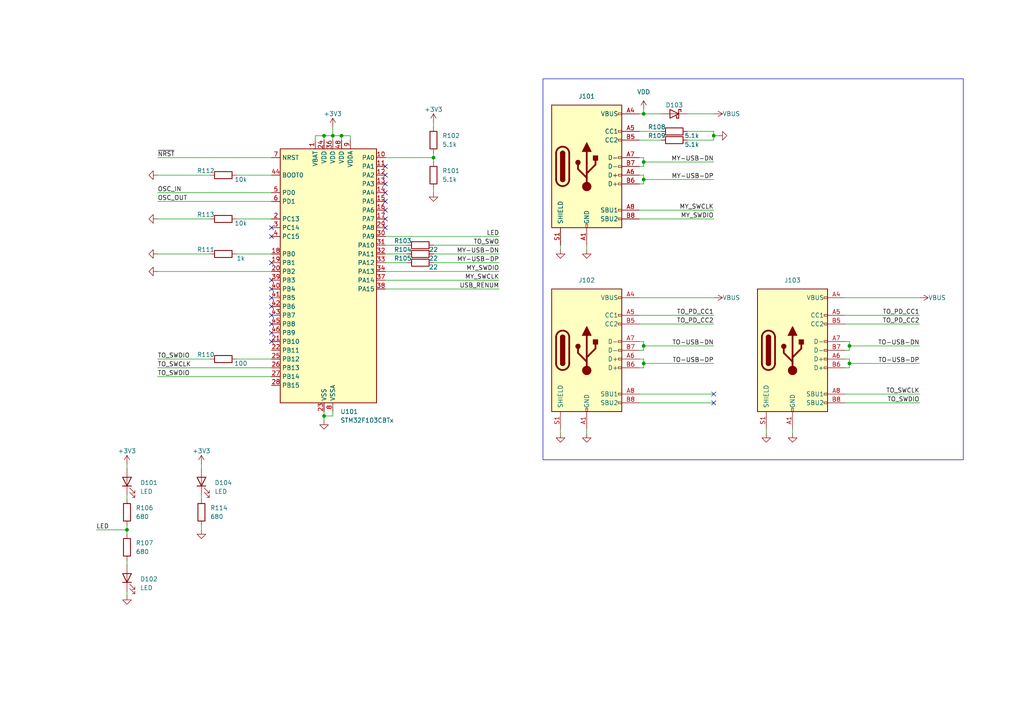
<source format=kicad_sch>
(kicad_sch (version 20230121) (generator eeschema)
  (paper "A4")
  (lib_symbols
    (symbol "Connector:USB_C_Receptacle_USB2.0" (pin_names (offset 1.016))
      (property "Reference" "J" (at -10.16 19.05 0))
      (property "Value" "USB_C_Receptacle_USB2.0" (at 19.05 19.05 0))
      (symbol "USB_C_Receptacle_USB2.0_0_0"
        (rectangle (start -0.254 -17.78) (end 0.254 -16.764))
        (rectangle (start 10.16 -14.986) (end 9.144 -15.494))
        (rectangle (start 10.16 -12.446) (end 9.144 -12.954))
        (rectangle (start 10.16 -4.826) (end 9.144 -5.334))
        (rectangle (start 10.16 -2.286) (end 9.144 -2.794))
        (rectangle (start 10.16 0.254) (end 9.144 -0.254))
        (rectangle (start 10.16 2.794) (end 9.144 2.286))
        (rectangle (start 10.16 7.874) (end 9.144 7.366))
        (rectangle (start 10.16 10.414) (end 9.144 9.906))
        (rectangle (start 10.16 15.494) (end 9.144 14.986))
      )
      (symbol "USB_C_Receptacle_USB2.0_0_1"
        (rectangle (start -10.16 17.78) (end 10.16 -17.78) (stroke (width 0.254)) (fill (type background)))
        (arc (start -8.89 -3.81) (mid -6.985 -5.7067) (end -5.08 -3.81) (stroke (width 0.508)))
        (arc (start -7.62 -3.81) (mid -6.985 -4.4423) (end -6.35 -3.81) (stroke (width 0.254)))
        (arc (start -7.62 -3.81) (mid -6.985 -4.4423) (end -6.35 -3.81) (stroke (width 0.254)) (fill (type outline)))
        (rectangle (start -7.62 -3.81) (end -6.35 3.81) (stroke (width 0.254)) (fill (type outline)))
        (arc (start -6.35 3.81) (mid -6.985 4.4423) (end -7.62 3.81) (stroke (width 0.254)))
        (arc (start -6.35 3.81) (mid -6.985 4.4423) (end -7.62 3.81) (stroke (width 0.254)) (fill (type outline)))
        (arc (start -5.08 3.81) (mid -6.985 5.7067) (end -8.89 3.81) (stroke (width 0.508)))
        (circle (center -2.54 1.143) (radius 0.635) (stroke (width 0.254)) (fill (type outline)))
        (circle (center 0 -5.842) (radius 1.27) (fill (type outline)))
        (polyline (pts (xy -8.89 -3.81) (xy -8.89 3.81)) (stroke (width 0.508)))
        (polyline (pts (xy -5.08 3.81) (xy -5.08 -3.81)) (stroke (width 0.508)))
        (polyline (pts (xy 0 -5.842) (xy 0 4.318)) (stroke (width 0.508)))
        (polyline (pts (xy 0 -3.302) (xy -2.54 -0.762) (xy -2.54 0.508)) (stroke (width 0.508)))
        (polyline (pts (xy 0 -2.032) (xy 2.54 0.508) (xy 2.54 1.778)) (stroke (width 0.508)))
        (polyline (pts (xy -1.27 4.318) (xy 0 6.858) (xy 1.27 4.318) (xy -1.27 4.318)) (stroke (width 0.254)) (fill (type outline)))
        (rectangle (start 1.905 1.778) (end 3.175 3.048) (stroke (width 0.254)) (fill (type outline)))
      )
      (symbol "USB_C_Receptacle_USB2.0_1_1"
        (pin passive line (at 0 -22.86 90) (length 5.08) (name "GND") (number "A1"))
        (pin passive line (at 0 -22.86 90) (length 5.08) hide (name "GND") (number "A12"))
        (pin passive line (at 15.24 15.24 180) (length 5.08) (name "VBUS") (number "A4"))
        (pin bidirectional line (at 15.24 10.16 180) (length 5.08) (name "CC1") (number "A5"))
        (pin bidirectional line (at 15.24 -2.54 180) (length 5.08) (name "D+") (number "A6"))
        (pin bidirectional line (at 15.24 2.54 180) (length 5.08) (name "D-") (number "A7"))
        (pin bidirectional line (at 15.24 -12.7 180) (length 5.08) (name "SBU1") (number "A8"))
        (pin passive line (at 15.24 15.24 180) (length 5.08) hide (name "VBUS") (number "A9"))
        (pin passive line (at 0 -22.86 90) (length 5.08) hide (name "GND") (number "B1"))
        (pin passive line (at 0 -22.86 90) (length 5.08) hide (name "GND") (number "B12"))
        (pin passive line (at 15.24 15.24 180) (length 5.08) hide (name "VBUS") (number "B4"))
        (pin bidirectional line (at 15.24 7.62 180) (length 5.08) (name "CC2") (number "B5"))
        (pin bidirectional line (at 15.24 -5.08 180) (length 5.08) (name "D+") (number "B6"))
        (pin bidirectional line (at 15.24 0 180) (length 5.08) (name "D-") (number "B7"))
        (pin bidirectional line (at 15.24 -15.24 180) (length 5.08) (name "SBU2") (number "B8"))
        (pin passive line (at 15.24 15.24 180) (length 5.08) hide (name "VBUS") (number "B9"))
        (pin passive line (at -7.62 -22.86 90) (length 5.08) (name "SHIELD") (number "S1"))
      )
    )
    (symbol "Device:D_Schottky" (pin_numbers hide) (pin_names (offset 1.016) hide)
      (property "Reference" "D" (at 0 2.54 0))
      (property "Value" "D_Schottky" (at 0 -2.54 0))
      (symbol "D_Schottky_0_1"
        (polyline (pts (xy 1.27 0) (xy -1.27 0)))
        (polyline (pts (xy 1.27 1.27) (xy 1.27 -1.27) (xy -1.27 0) (xy 1.27 1.27)) (stroke (width 0.254)))
        (polyline (pts (xy -1.905 0.635) (xy -1.905 1.27) (xy -1.27 1.27) (xy -1.27 -1.27) (xy -0.635 -1.27) (xy -0.635 -0.635)) (stroke (width 0.254)))
      )
      (symbol "D_Schottky_1_1"
        (pin passive line (at -3.81 0 0) (length 2.54) (name "K") (number "1"))
        (pin passive line (at 3.81 0 180) (length 2.54) (name "A") (number "2"))
      )
    )
    (symbol "Device:LED" (pin_numbers hide) (pin_names (offset 1.016) hide)
      (property "Reference" "D" (at 0 2.54 0))
      (property "Value" "LED" (at 0 -2.54 0))
      (symbol "LED_0_1"
        (polyline (pts (xy -1.27 -1.27) (xy -1.27 1.27)) (stroke (width 0.254)))
        (polyline (pts (xy -1.27 0) (xy 1.27 0)))
        (polyline (pts (xy 1.27 -1.27) (xy 1.27 1.27) (xy -1.27 0) (xy 1.27 -1.27)) (stroke (width 0.254)))
        (polyline (pts (xy -3.048 -0.762) (xy -4.572 -2.286) (xy -3.81 -2.286) (xy -4.572 -2.286) (xy -4.572 -1.524)))
        (polyline (pts (xy -1.778 -0.762) (xy -3.302 -2.286) (xy -2.54 -2.286) (xy -3.302 -2.286) (xy -3.302 -1.524)))
      )
      (symbol "LED_1_1"
        (pin passive line (at -3.81 0 0) (length 2.54) (name "K") (number "1"))
        (pin passive line (at 3.81 0 180) (length 2.54) (name "A") (number "2"))
      )
    )
    (symbol "Device:R" (pin_numbers hide) (pin_names (offset 0))
      (property "Reference" "R" (at 2.032 0 90))
      (property "Value" "R" (at 0 0 90))
      (symbol "R_0_1"
        (rectangle (start -1.016 -2.54) (end 1.016 2.54) (stroke (width 0.254)))
      )
      (symbol "R_1_1"
        (pin passive line (at 0 3.81 270) (length 1.27) (name "~") (number "1"))
        (pin passive line (at 0 -3.81 90) (length 1.27) (name "~") (number "2"))
      )
    )
    (symbol "MCU_ST_STM32F1:STM32F103CBTx"
      (property "Reference" "U" (at -12.7 39.37 0))
      (property "Value" "STM32F103CBTx" (at 10.16 39.37 0))
      (symbol "STM32F103CBTx_0_1"
        (rectangle (start -12.7 -35.56) (end 15.24 38.1) (stroke (width 0.254)) (fill (type background)))
      )
      (symbol "STM32F103CBTx_1_1"
        (pin power_in line (at -2.54 40.64 270) (length 2.54) (name "VBAT") (number "1"))
        (pin bidirectional line (at 17.78 35.56 180) (length 2.54) (name "PA0") (number "10"))
        (pin bidirectional line (at 17.78 33.02 180) (length 2.54) (name "PA1") (number "11"))
        (pin bidirectional line (at 17.78 30.48 180) (length 2.54) (name "PA2") (number "12"))
        (pin bidirectional line (at 17.78 27.94 180) (length 2.54) (name "PA3") (number "13"))
        (pin bidirectional line (at 17.78 25.4 180) (length 2.54) (name "PA4") (number "14"))
        (pin bidirectional line (at 17.78 22.86 180) (length 2.54) (name "PA5") (number "15"))
        (pin bidirectional line (at 17.78 20.32 180) (length 2.54) (name "PA6") (number "16"))
        (pin bidirectional line (at 17.78 17.78 180) (length 2.54) (name "PA7") (number "17"))
        (pin bidirectional line (at -15.24 7.62 0) (length 2.54) (name "PB0") (number "18"))
        (pin bidirectional line (at -15.24 5.08 0) (length 2.54) (name "PB1") (number "19"))
        (pin bidirectional line (at -15.24 17.78 0) (length 2.54) (name "PC13") (number "2"))
        (pin bidirectional line (at -15.24 2.54 0) (length 2.54) (name "PB2") (number "20"))
        (pin bidirectional line (at -15.24 -17.78 0) (length 2.54) (name "PB10") (number "21"))
        (pin bidirectional line (at -15.24 -20.32 0) (length 2.54) (name "PB11") (number "22"))
        (pin power_in line (at 0 -38.1 90) (length 2.54) (name "VSS") (number "23"))
        (pin power_in line (at 0 40.64 270) (length 2.54) (name "VDD") (number "24"))
        (pin bidirectional line (at -15.24 -22.86 0) (length 2.54) (name "PB12") (number "25"))
        (pin bidirectional line (at -15.24 -25.4 0) (length 2.54) (name "PB13") (number "26"))
        (pin bidirectional line (at -15.24 -27.94 0) (length 2.54) (name "PB14") (number "27"))
        (pin bidirectional line (at -15.24 -30.48 0) (length 2.54) (name "PB15") (number "28"))
        (pin bidirectional line (at 17.78 15.24 180) (length 2.54) (name "PA8") (number "29"))
        (pin bidirectional line (at -15.24 15.24 0) (length 2.54) (name "PC14") (number "3"))
        (pin bidirectional line (at 17.78 12.7 180) (length 2.54) (name "PA9") (number "30"))
        (pin bidirectional line (at 17.78 10.16 180) (length 2.54) (name "PA10") (number "31"))
        (pin bidirectional line (at 17.78 7.62 180) (length 2.54) (name "PA11") (number "32"))
        (pin bidirectional line (at 17.78 5.08 180) (length 2.54) (name "PA12") (number "33"))
        (pin bidirectional line (at 17.78 2.54 180) (length 2.54) (name "PA13") (number "34"))
        (pin passive line (at 0 -38.1 90) (length 2.54) hide (name "VSS") (number "35"))
        (pin power_in line (at 2.54 40.64 270) (length 2.54) (name "VDD") (number "36"))
        (pin bidirectional line (at 17.78 0 180) (length 2.54) (name "PA14") (number "37"))
        (pin bidirectional line (at 17.78 -2.54 180) (length 2.54) (name "PA15") (number "38"))
        (pin bidirectional line (at -15.24 0 0) (length 2.54) (name "PB3") (number "39"))
        (pin bidirectional line (at -15.24 12.7 0) (length 2.54) (name "PC15") (number "4"))
        (pin bidirectional line (at -15.24 -2.54 0) (length 2.54) (name "PB4") (number "40"))
        (pin bidirectional line (at -15.24 -5.08 0) (length 2.54) (name "PB5") (number "41"))
        (pin bidirectional line (at -15.24 -7.62 0) (length 2.54) (name "PB6") (number "42"))
        (pin bidirectional line (at -15.24 -10.16 0) (length 2.54) (name "PB7") (number "43"))
        (pin input line (at -15.24 30.48 0) (length 2.54) (name "BOOT0") (number "44"))
        (pin bidirectional line (at -15.24 -12.7 0) (length 2.54) (name "PB8") (number "45"))
        (pin bidirectional line (at -15.24 -15.24 0) (length 2.54) (name "PB9") (number "46"))
        (pin passive line (at 0 -38.1 90) (length 2.54) hide (name "VSS") (number "47"))
        (pin power_in line (at 5.08 40.64 270) (length 2.54) (name "VDD") (number "48"))
        (pin bidirectional line (at -15.24 25.4 0) (length 2.54) (name "PD0") (number "5"))
        (pin bidirectional line (at -15.24 22.86 0) (length 2.54) (name "PD1") (number "6"))
        (pin input line (at -15.24 35.56 0) (length 2.54) (name "NRST") (number "7"))
        (pin power_in line (at 2.54 -38.1 90) (length 2.54) (name "VSSA") (number "8"))
        (pin power_in line (at 7.62 40.64 270) (length 2.54) (name "VDDA") (number "9"))
      )
    )
    (symbol "power:+3V3" (power) (pin_names (offset 0))
      (property "Value" "+3V3" (at 0 3.556 0))
      (symbol "+3V3_0_1"
        (polyline (pts (xy -0.762 1.27) (xy 0 2.54)))
        (polyline (pts (xy 0 0) (xy 0 2.54)))
        (polyline (pts (xy 0 2.54) (xy 0.762 1.27)))
      )
      (symbol "+3V3_1_1"
        (pin power_in line (at 0 0 90) (length 0) hide (name "+3V3") (number "1"))
      )
    )
    (symbol "power:GND" (power) (pin_names (offset 0))
      (property "Value" "GND" (at 0 -3.81 0))
      (symbol "GND_0_1"
        (polyline (pts (xy 0 0) (xy 0 -1.27) (xy 1.27 -1.27) (xy 0 -2.54) (xy -1.27 -1.27) (xy 0 -1.27)))
      )
      (symbol "GND_1_1"
        (pin power_in line (at 0 0 270) (length 0) hide (name "GND") (number "1"))
      )
    )
    (symbol "power:VBUS" (power) (pin_names (offset 0))
      (property "Value" "VBUS" (at 0 3.81 0))
      (symbol "VBUS_0_1"
        (polyline (pts (xy -0.762 1.27) (xy 0 2.54)))
        (polyline (pts (xy 0 0) (xy 0 2.54)))
        (polyline (pts (xy 0 2.54) (xy 0.762 1.27)))
      )
      (symbol "VBUS_1_1"
        (pin power_in line (at 0 0 90) (length 0) hide (name "VBUS") (number "1"))
      )
    )
    (symbol "power:VDD" (power) (pin_names (offset 0))
      (property "Value" "VDD" (at 0 3.81 0))
      (symbol "VDD_0_1"
        (polyline (pts (xy -0.762 1.27) (xy 0 2.54)))
        (polyline (pts (xy 0 0) (xy 0 2.54)))
        (polyline (pts (xy 0 2.54) (xy 0.762 1.27)))
      )
      (symbol "VDD_1_1"
        (pin power_in line (at 0 0 90) (length 0) hide (name "VDD") (number "1"))
      )
    )
  )
  (junction (at 246.38 100.33))
  (junction (at 99.06 39.37))
  (junction (at 186.69 100.33))
  (junction (at 125.73 45.72))
  (junction (at 186.69 52.07))
  (junction (at 96.52 39.37))
  (junction (at 186.69 105.41))
  (junction (at 36.83 153.67))
  (junction (at 93.98 120.65))
  (junction (at 186.69 46.99))
  (junction (at 246.38 105.41))
  (junction (at 207.01 39.37))
  (junction (at 186.69 33.02))
  (junction (at 93.98 39.37))
  (no_connect (at 207.01 116.84))
  (no_connect (at 78.74 66.04))
  (no_connect (at 111.76 48.26))
  (no_connect (at 78.74 81.28))
  (no_connect (at 111.76 50.8))
  (no_connect (at 78.74 93.98))
  (no_connect (at 111.76 66.04))
  (no_connect (at 78.74 96.52))
  (no_connect (at 207.01 114.3))
  (no_connect (at 78.74 91.44))
  (no_connect (at 78.74 88.9))
  (no_connect (at 78.74 76.2))
  (no_connect (at 78.74 86.36))
  (no_connect (at 111.76 55.88))
  (no_connect (at 78.74 68.58))
  (no_connect (at 111.76 53.34))
  (no_connect (at 111.76 60.96))
  (no_connect (at 111.76 58.42))
  (no_connect (at 78.74 83.82))
  (no_connect (at 78.74 99.06))
  (no_connect (at 111.76 63.5))
  (wire (pts (xy 125.73 54.61) (xy 125.73 55.88)))
  (wire (pts (xy 125.73 76.2) (xy 144.78 76.2)))
  (wire (pts (xy 246.38 99.06) (xy 246.38 100.33)))
  (wire (pts (xy 199.39 40.64) (xy 207.01 40.64)))
  (wire (pts (xy 186.69 106.68) (xy 185.42 106.68)))
  (wire (pts (xy 58.42 152.4) (xy 58.42 153.67)))
  (wire (pts (xy 246.38 105.41) (xy 266.7 105.41)))
  (wire (pts (xy 93.98 119.38) (xy 93.98 120.65)))
  (wire (pts (xy 91.44 40.64) (xy 91.44 39.37)))
  (wire (pts (xy 36.83 171.45) (xy 36.83 172.72)))
  (wire (pts (xy 245.11 86.36) (xy 266.7 86.36)))
  (wire (pts (xy 186.69 46.99) (xy 186.69 48.26)))
  (wire (pts (xy 186.69 33.02) (xy 191.77 33.02)))
  (wire (pts (xy 125.73 35.56) (xy 125.73 36.83)))
  (wire (pts (xy 185.42 99.06) (xy 186.69 99.06)))
  (wire (pts (xy 186.69 45.72) (xy 186.69 46.99)))
  (wire (pts (xy 185.42 33.02) (xy 186.69 33.02)))
  (wire (pts (xy 45.72 104.14) (xy 60.96 104.14)))
  (wire (pts (xy 186.69 101.6) (xy 185.42 101.6)))
  (wire (pts (xy 36.83 153.67) (xy 36.83 154.94)))
  (wire (pts (xy 185.42 50.8) (xy 186.69 50.8)))
  (wire (pts (xy 186.69 105.41) (xy 186.69 106.68)))
  (wire (pts (xy 186.69 104.14) (xy 186.69 105.41)))
  (wire (pts (xy 170.18 124.46) (xy 170.18 125.73)))
  (wire (pts (xy 96.52 120.65) (xy 93.98 120.65)))
  (wire (pts (xy 186.69 33.02) (xy 186.69 31.75)))
  (wire (pts (xy 58.42 134.62) (xy 58.42 135.89)))
  (wire (pts (xy 111.76 68.58) (xy 144.78 68.58)))
  (wire (pts (xy 96.52 36.83) (xy 96.52 39.37)))
  (wire (pts (xy 118.11 76.2) (xy 111.76 76.2)))
  (wire (pts (xy 101.6 39.37) (xy 101.6 40.64)))
  (wire (pts (xy 96.52 39.37) (xy 96.52 40.64)))
  (wire (pts (xy 246.38 105.41) (xy 246.38 106.68)))
  (wire (pts (xy 118.11 71.12) (xy 111.76 71.12)))
  (wire (pts (xy 91.44 39.37) (xy 93.98 39.37)))
  (wire (pts (xy 246.38 100.33) (xy 246.38 101.6)))
  (wire (pts (xy 118.11 73.66) (xy 111.76 73.66)))
  (wire (pts (xy 185.42 91.44) (xy 207.01 91.44)))
  (wire (pts (xy 45.72 78.74) (xy 78.74 78.74)))
  (wire (pts (xy 222.25 124.46) (xy 222.25 125.73)))
  (wire (pts (xy 207.01 38.1) (xy 199.39 38.1)))
  (wire (pts (xy 93.98 120.65) (xy 93.98 121.92)))
  (wire (pts (xy 245.11 116.84) (xy 266.7 116.84)))
  (wire (pts (xy 246.38 101.6) (xy 245.11 101.6)))
  (wire (pts (xy 93.98 39.37) (xy 93.98 40.64)))
  (wire (pts (xy 245.11 91.44) (xy 266.7 91.44)))
  (wire (pts (xy 36.83 152.4) (xy 36.83 153.67)))
  (wire (pts (xy 185.42 114.3) (xy 207.01 114.3)))
  (wire (pts (xy 111.76 83.82) (xy 144.78 83.82)))
  (wire (pts (xy 245.11 114.3) (xy 266.7 114.3)))
  (wire (pts (xy 99.06 39.37) (xy 99.06 40.64)))
  (wire (pts (xy 45.72 50.8) (xy 60.96 50.8)))
  (wire (pts (xy 68.58 73.66) (xy 78.74 73.66)))
  (wire (pts (xy 125.73 45.72) (xy 125.73 46.99)))
  (wire (pts (xy 186.69 100.33) (xy 207.01 100.33)))
  (wire (pts (xy 162.56 124.46) (xy 162.56 125.73)))
  (wire (pts (xy 185.42 93.98) (xy 207.01 93.98)))
  (wire (pts (xy 186.69 53.34) (xy 185.42 53.34)))
  (wire (pts (xy 170.18 71.12) (xy 170.18 72.39)))
  (wire (pts (xy 93.98 39.37) (xy 96.52 39.37)))
  (wire (pts (xy 96.52 39.37) (xy 99.06 39.37)))
  (wire (pts (xy 78.74 106.68) (xy 45.72 106.68)))
  (wire (pts (xy 162.56 71.12) (xy 162.56 72.39)))
  (wire (pts (xy 207.01 39.37) (xy 207.01 38.1)))
  (wire (pts (xy 45.72 63.5) (xy 60.96 63.5)))
  (wire (pts (xy 96.52 119.38) (xy 96.52 120.65)))
  (wire (pts (xy 68.58 50.8) (xy 78.74 50.8)))
  (wire (pts (xy 186.69 48.26) (xy 185.42 48.26)))
  (wire (pts (xy 27.94 153.67) (xy 36.83 153.67)))
  (wire (pts (xy 36.83 162.56) (xy 36.83 163.83)))
  (wire (pts (xy 185.42 86.36) (xy 207.01 86.36)))
  (wire (pts (xy 186.69 52.07) (xy 207.01 52.07)))
  (wire (pts (xy 245.11 99.06) (xy 246.38 99.06)))
  (wire (pts (xy 125.73 44.45) (xy 125.73 45.72)))
  (wire (pts (xy 185.42 45.72) (xy 186.69 45.72)))
  (wire (pts (xy 45.72 58.42) (xy 78.74 58.42)))
  (wire (pts (xy 245.11 104.14) (xy 246.38 104.14)))
  (wire (pts (xy 45.72 45.72) (xy 78.74 45.72)))
  (wire (pts (xy 58.42 143.51) (xy 58.42 144.78)))
  (wire (pts (xy 185.42 116.84) (xy 207.01 116.84)))
  (wire (pts (xy 199.39 33.02) (xy 207.01 33.02)))
  (wire (pts (xy 245.11 93.98) (xy 266.7 93.98)))
  (wire (pts (xy 45.72 55.88) (xy 78.74 55.88)))
  (wire (pts (xy 186.69 105.41) (xy 207.01 105.41)))
  (wire (pts (xy 246.38 106.68) (xy 245.11 106.68)))
  (wire (pts (xy 36.83 134.62) (xy 36.83 135.89)))
  (wire (pts (xy 111.76 45.72) (xy 125.73 45.72)))
  (wire (pts (xy 185.42 104.14) (xy 186.69 104.14)))
  (wire (pts (xy 45.72 73.66) (xy 60.96 73.66)))
  (wire (pts (xy 229.87 124.46) (xy 229.87 125.73)))
  (wire (pts (xy 111.76 78.74) (xy 144.78 78.74)))
  (wire (pts (xy 78.74 109.22) (xy 45.72 109.22)))
  (wire (pts (xy 246.38 100.33) (xy 266.7 100.33)))
  (wire (pts (xy 207.01 39.37) (xy 207.01 40.64)))
  (wire (pts (xy 111.76 81.28) (xy 144.78 81.28)))
  (wire (pts (xy 246.38 104.14) (xy 246.38 105.41)))
  (wire (pts (xy 191.77 40.64) (xy 185.42 40.64)))
  (wire (pts (xy 186.69 52.07) (xy 186.69 53.34)))
  (wire (pts (xy 191.77 38.1) (xy 185.42 38.1)))
  (wire (pts (xy 186.69 46.99) (xy 207.01 46.99)))
  (wire (pts (xy 125.73 71.12) (xy 144.78 71.12)))
  (wire (pts (xy 185.42 63.5) (xy 207.01 63.5)))
  (wire (pts (xy 186.69 50.8) (xy 186.69 52.07)))
  (wire (pts (xy 186.69 99.06) (xy 186.69 100.33)))
  (wire (pts (xy 207.01 39.37) (xy 208.28 39.37)))
  (wire (pts (xy 68.58 104.14) (xy 78.74 104.14)))
  (wire (pts (xy 125.73 73.66) (xy 144.78 73.66)))
  (wire (pts (xy 68.58 63.5) (xy 78.74 63.5)))
  (wire (pts (xy 186.69 100.33) (xy 186.69 101.6)))
  (wire (pts (xy 99.06 39.37) (xy 101.6 39.37)))
  (wire (pts (xy 36.83 143.51) (xy 36.83 144.78)))
  (wire (pts (xy 185.42 60.96) (xy 207.01 60.96)))
  (rectangle (start 157.48 22.86) (end 279.4 133.35))
  (label "LED" (at 27.94 153.67 0))
  (label "TO-USB-DN" (at 207.01 100.33 180))
  (label "USB_RENUM" (at 144.78 83.82 180))
  (label "TO_SWCLK" (at 266.7 114.3 180))
  (label "TO_PD_CC2" (at 266.7 93.98 180))
  (label "TO_SWCLK" (at 45.72 106.68 0))
  (label "TO_PD_CC1" (at 207.01 91.44 180))
  (label "MY-USB-DN" (at 207.01 46.99 180))
  (label "OSC_IN" (at 45.72 55.88 0))
  (label "TO_SWO" (at 144.78 71.12 180))
  (label "MY-USB-DP" (at 144.78 76.2 180))
  (label "TO_PD_CC1" (at 266.7 91.44 180))
  (label "~{NRST}" (at 45.72 45.72 0))
  (label "MY_SWDIO" (at 207.01 63.5 180))
  (label "TO_SWDIO" (at 45.72 109.22 0))
  (label "MY_SWCLK" (at 144.78 81.28 180))
  (label "TO-USB-DP" (at 266.7 105.41 180))
  (label "TO-USB-DN" (at 266.7 100.33 180))
  (label "MY_SWDIO" (at 144.78 78.74 180))
  (label "OSC_OUT" (at 45.72 58.42 0))
  (label "MY-USB-DP" (at 207.01 52.07 180))
  (label "TO-USB-DP" (at 207.01 105.41 180))
  (label "MY-USB-DN" (at 144.78 73.66 180))
  (label "TO_SWDIO" (at 45.72 104.14 0))
  (label "LED" (at 144.78 68.58 180))
  (label "MY_SWCLK" (at 207.01 60.96 180))
  (label "TO_PD_CC2" (at 207.01 93.98 180))
  (label "TO_SWDIO" (at 266.7 116.84 180))
  (symbol (lib_id "Device:R") (at 195.58 38.1 90) (unit 1)
    (property "Reference" "R108" (at 190.5 36.83 90))
    (property "Value" "5.1k" (at 200.66 39.37 90))
  )
  (symbol (lib_id "Device:R") (at 64.77 63.5 90) (unit 1)
    (property "Reference" "R113" (at 59.69 62.23 90))
    (property "Value" "10k" (at 69.85 64.77 90))
  )
  (symbol (lib_id "power:GND") (at 93.98 121.92 0) (unit 1)
    (property "Reference" "#PWR0104" (effects hide))
    (property "Value" "GND" (effects hide))
  )
  (symbol (lib_id "power:+3V3") (at 125.73 35.56 0) (unit 1)
    (property "Reference" "#PWR0102" (effects hide))
    (property "Value" "+3V3" (at 125.73 31.75 0))
  )
  (symbol (lib_id "Device:R") (at 125.73 40.64 0) (unit 1)
    (property "Reference" "R102" (at 128.27 39.37 0) (effects (justify left)))
    (property "Value" "5.1k" (at 128.27 41.91 0) (effects (justify left)))
  )
  (symbol (lib_id "Device:R") (at 121.92 73.66 90) (unit 1)
    (property "Reference" "R104" (at 116.84 72.39 90))
    (property "Value" "22" (at 125.73 74.93 90))
  )
  (symbol (lib_id "power:VBUS") (at 266.7 86.36 270) (unit 1)
    (property "Reference" "#PWR0112" (effects hide))
    (property "Value" "VBUS" (at 269.24 86.36 90) (effects (justify left)))
  )
  (symbol (lib_id "power:GND") (at 58.42 153.67 0) (unit 1)
    (property "Reference" "#PWR0123" (effects hide))
    (property "Value" "GND" (effects hide))
  )
  (symbol (lib_id "power:+3V3") (at 96.52 36.83 0) (unit 1)
    (property "Reference" "#PWR0101" (effects hide))
    (property "Value" "+3V3" (at 96.52 33.02 0))
  )
  (symbol (lib_id "power:VBUS") (at 207.01 86.36 270) (unit 1)
    (property "Reference" "#PWR0113" (effects hide))
    (property "Value" "VBUS" (at 209.55 86.36 90) (effects (justify left)))
  )
  (symbol (lib_id "power:GND") (at 45.72 50.8 270) (unit 1)
    (property "Reference" "#PWR0120" (effects hide))
    (property "Value" "GND" (effects hide))
  )
  (symbol (lib_id "Device:R") (at 125.73 50.8 0) (unit 1)
    (property "Reference" "R101" (at 128.27 49.53 0) (effects (justify left)))
    (property "Value" "5.1k" (at 128.27 52.07 0) (effects (justify left)))
  )
  (symbol (lib_id "power:GND") (at 45.72 73.66 270) (unit 1)
    (property "Reference" "#PWR0119" (effects hide))
    (property "Value" "GND" (effects hide))
  )
  (symbol (lib_id "power:GND") (at 229.87 125.73 0) (unit 1)
    (property "Reference" "#PWR0117" (effects hide))
    (property "Value" "GND" (effects hide))
  )
  (symbol (lib_id "power:+3V3") (at 36.83 134.62 0) (unit 1)
    (property "Reference" "#PWR0105" (effects hide))
    (property "Value" "+3V3" (at 36.83 130.81 0))
  )
  (symbol (lib_id "power:VBUS") (at 207.01 33.02 270) (unit 1)
    (property "Reference" "#PWR0111" (effects hide))
    (property "Value" "VBUS" (at 209.55 33.02 90) (effects (justify left)))
  )
  (symbol (lib_id "power:GND") (at 36.83 172.72 0) (unit 1)
    (property "Reference" "#PWR0106" (effects hide))
    (property "Value" "GND" (effects hide))
  )
  (symbol (lib_id "power:GND") (at 45.72 63.5 270) (unit 1)
    (property "Reference" "#PWR0121" (effects hide))
    (property "Value" "GND" (effects hide))
  )
  (symbol (lib_id "Device:R") (at 64.77 104.14 90) (unit 1)
    (property "Reference" "R110" (at 59.69 102.87 90))
    (property "Value" "100" (at 69.85 105.41 90))
  )
  (symbol (lib_id "power:GND") (at 162.56 72.39 0) (unit 1)
    (property "Reference" "#PWR0108" (effects hide))
    (property "Value" "GND" (effects hide))
  )
  (symbol (lib_id "power:GND") (at 162.56 125.73 0) (unit 1)
    (property "Reference" "#PWR0115" (effects hide))
    (property "Value" "GND" (effects hide))
  )
  (symbol (lib_id "Device:R") (at 58.42 148.59 0) (unit 1)
    (property "Reference" "R114" (at 60.96 147.32 0) (effects (justify left)))
    (property "Value" "680" (at 60.96 149.86 0) (effects (justify left)))
  )
  (symbol (lib_id "power:VDD") (at 186.69 31.75 0) (unit 1)
    (property "Reference" "#PWR0110" (effects hide))
    (property "Value" "VDD" (at 186.69 26.67 0))
  )
  (symbol (lib_id "power:GND") (at 170.18 125.73 0) (unit 1)
    (property "Reference" "#PWR0116" (effects hide))
    (property "Value" "GND" (effects hide))
  )
  (symbol (lib_id "Device:R") (at 36.83 148.59 0) (unit 1)
    (property "Reference" "R106" (at 39.37 147.32 0) (effects (justify left)))
    (property "Value" "680" (at 39.37 149.86 0) (effects (justify left)))
  )
  (symbol (lib_id "power:GND") (at 208.28 39.37 90) (unit 1)
    (property "Reference" "#PWR0107" (effects hide))
    (property "Value" "GND" (effects hide))
  )
  (symbol (lib_id "Device:LED") (at 58.42 139.7 90) (unit 1)
    (property "Reference" "D104" (at 62.23 140.0175 90) (effects (justify right)))
    (property "Value" "LED" (at 62.23 142.5575 90) (effects (justify right)))
  )
  (symbol (lib_id "Device:R") (at 121.92 76.2 90) (unit 1)
    (property "Reference" "R105" (at 116.84 74.93 90))
    (property "Value" "22" (at 125.73 77.47 90))
  )
  (symbol (lib_id "Device:R") (at 121.92 71.12 90) (unit 1)
    (property "Reference" "R103" (at 116.84 69.85 90))
    (property "Value" "22" (at 125.73 72.39 90))
  )
  (symbol (lib_id "power:GND") (at 125.73 55.88 0) (unit 1)
    (property "Reference" "#PWR0103" (effects hide))
    (property "Value" "GND" (effects hide))
  )
  (symbol (lib_id "Connector:USB_C_Receptacle_USB2.0") (at 170.18 48.26 0) (unit 1)
    (property "Reference" "J101" (at 170.18 27.94 0))
    (property "Value" "USB_C_Receptacle_USB2.0" (effects hide))
    (property "Datasheet" "https://www.usb.org/sites/default/files/documents/usb_type-c.zip" (effects hide))
  )
  (symbol (lib_id "Device:R") (at 195.58 40.64 90) (unit 1)
    (property "Reference" "R109" (at 190.5 39.37 90))
    (property "Value" "5.1k" (at 200.66 41.91 90))
  )
  (symbol (lib_id "Device:R") (at 64.77 73.66 90) (unit 1)
    (property "Reference" "R111" (at 59.69 72.39 90))
    (property "Value" "1k" (at 69.85 74.93 90))
  )
  (symbol (lib_id "Connector:USB_C_Receptacle_USB2.0") (at 170.18 101.6 0) (unit 1)
    (property "Reference" "J102" (at 170.18 81.28 0))
    (property "Value" "USB_C_Receptacle_USB2.0" (effects hide))
    (property "Datasheet" "https://www.usb.org/sites/default/files/documents/usb_type-c.zip" (effects hide))
  )
  (symbol (lib_id "power:GND") (at 45.72 78.74 270) (unit 1)
    (property "Reference" "#PWR0118" (effects hide))
    (property "Value" "GND" (effects hide))
  )
  (symbol (lib_id "power:+3V3") (at 58.42 134.62 0) (unit 1)
    (property "Reference" "#PWR0122" (effects hide))
    (property "Value" "+3V3" (at 58.42 130.81 0))
  )
  (symbol (lib_id "Device:LED") (at 36.83 139.7 90) (unit 1)
    (property "Reference" "D101" (at 40.64 140.0175 90) (effects (justify right)))
    (property "Value" "LED" (at 40.64 142.5575 90) (effects (justify right)))
  )
  (symbol (lib_id "Device:R") (at 64.77 50.8 90) (unit 1)
    (property "Reference" "R112" (at 59.69 49.53 90))
    (property "Value" "10k" (at 69.85 52.07 90))
  )
  (symbol (lib_id "MCU_ST_STM32F1:STM32F103CBTx") (at 93.98 81.28 0) (unit 1)
    (property "Reference" "U101" (at 98.7141 119.38 0) (effects (justify left)))
    (property "Value" "STM32F103CBTx" (at 98.7141 121.92 0) (effects (justify left)))
    (property "Footprint" "Package_QFP:LQFP-48_7x7mm_P0.5mm" (effects hide))
    (property "Datasheet" "https://www.st.com/resource/en/datasheet/stm32f103cb.pdf" (effects hide))
  )
  (symbol (lib_id "Device:LED") (at 36.83 167.64 90) (unit 1)
    (property "Reference" "D102" (at 40.64 167.9575 90) (effects (justify right)))
    (property "Value" "LED" (at 40.64 170.4975 90) (effects (justify right)))
  )
  (symbol (lib_id "Device:D_Schottky") (at 195.58 33.02 0) (mirror y) (unit 1)
    (property "Reference" "D103" (at 195.58 30.48 0))
    (property "Value" "D_Schottky" (effects hide))
  )
  (symbol (lib_id "power:GND") (at 222.25 125.73 0) (unit 1)
    (property "Reference" "#PWR0114" (effects hide))
    (property "Value" "GND" (effects hide))
  )
  (symbol (lib_id "Connector:USB_C_Receptacle_USB2.0") (at 229.87 101.6 0) (unit 1)
    (property "Reference" "J103" (at 229.87 81.28 0))
    (property "Value" "USB_C_Receptacle_USB2.0" (effects hide))
    (property "Datasheet" "https://www.usb.org/sites/default/files/documents/usb_type-c.zip" (effects hide))
  )
  (symbol (lib_id "power:GND") (at 170.18 72.39 0) (unit 1)
    (property "Reference" "#PWR0109" (effects hide))
    (property "Value" "GND" (effects hide))
  )
  (symbol (lib_id "Device:R") (at 36.83 158.75 0) (unit 1)
    (property "Reference" "R107" (at 39.37 157.48 0) (effects (justify left)))
    (property "Value" "680" (at 39.37 160.02 0) (effects (justify left)))
  )
)
</source>
